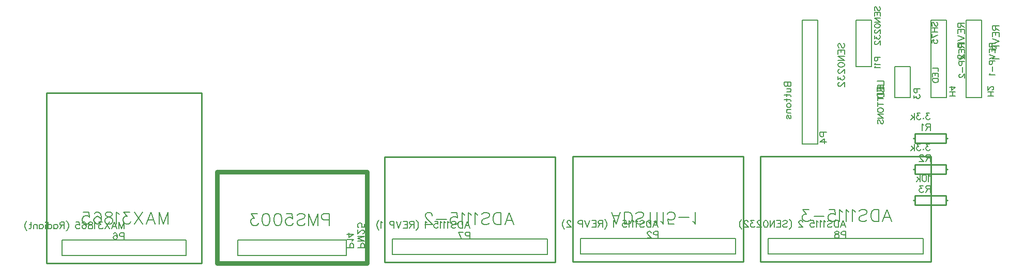
<source format=gbo>
G04 Layer: BottomSilkLayer*
G04 EasyEDA v6.4.7, 2020-10-28T14:34:13+00:00*
G04 34375fc6649c45b8b31e222808ae9df9,aef87372a4e84f75ab74ab0294ea0b66,10*
G04 Gerber Generator version 0.2*
G04 Scale: 100 percent, Rotated: No, Reflected: No *
G04 Dimensions in millimeters *
G04 leading zeros omitted , absolute positions ,3 integer and 3 decimal *
%FSLAX33Y33*%
%MOMM*%
G90*
D02*

%ADD10C,0.254000*%
%ADD11C,0.750011*%
%ADD14C,0.203200*%
%ADD24C,0.202999*%
%ADD25C,0.152400*%

%LPD*%
G54D10*
G01X149987Y23622D02*
G01X144907Y23622D01*
G01X144907Y23622D02*
G01X144907Y22860D01*
G01X144907Y22860D02*
G01X144907Y22098D01*
G01X144907Y22098D02*
G01X149987Y22098D01*
G01X149987Y22098D02*
G01X149987Y22860D01*
G01X149987Y22860D02*
G01X149987Y23622D01*
G01X144907Y22860D02*
G01X144653Y22860D01*
G01X149987Y22860D02*
G01X150241Y22860D01*
G01X149987Y18542D02*
G01X144907Y18542D01*
G01X144907Y18542D02*
G01X144907Y17780D01*
G01X144907Y17780D02*
G01X144907Y17018D01*
G01X144907Y17018D02*
G01X149987Y17018D01*
G01X149987Y17018D02*
G01X149987Y17780D01*
G01X149987Y17780D02*
G01X149987Y18542D01*
G01X144907Y17780D02*
G01X144653Y17780D01*
G01X149987Y17780D02*
G01X150241Y17780D01*
G54D14*
G01X155829Y31496D02*
G01X155829Y29591D01*
G01X153289Y29591D01*
G01X153289Y42291D01*
G01X155829Y42291D01*
G54D24*
G01X155829Y42291D02*
G01X155829Y31496D01*
G54D14*
G01X150114Y31496D02*
G01X150114Y29591D01*
G01X147574Y29591D01*
G01X147574Y42291D01*
G01X150114Y42291D01*
G54D24*
G01X150114Y42291D02*
G01X150114Y31496D01*
G54D14*
G01X135255Y40386D02*
G01X135255Y42291D01*
G01X137795Y42291D01*
G01X137795Y34671D01*
G01X135255Y34671D01*
G54D24*
G01X135255Y34671D02*
G01X135255Y40386D01*
G54D14*
G01X126492Y21971D02*
G01X129032Y21971D01*
G01X129032Y42291D01*
G01X126492Y42291D01*
G01X126492Y40386D01*
G54D24*
G01X126492Y21971D02*
G01X126492Y40386D01*
G54D14*
G01X82804Y6350D02*
G01X84709Y6350D01*
G01X84709Y3810D01*
G01X59309Y3810D01*
G01X59309Y6350D01*
G54D24*
G01X59309Y6350D02*
G01X82804Y6350D01*
G54D14*
G01X144399Y6477D02*
G01X146304Y6477D01*
G01X146304Y3937D01*
G01X120904Y3937D01*
G01X120904Y6477D01*
G54D24*
G01X120904Y6477D02*
G01X144399Y6477D01*
G54D14*
G01X113665Y6477D02*
G01X115570Y6477D01*
G01X115570Y3937D01*
G01X90170Y3937D01*
G01X90170Y6477D01*
G54D24*
G01X90170Y6477D02*
G01X113665Y6477D01*
G54D14*
G01X51816Y3675D02*
G01X51816Y6215D01*
G01X34036Y6215D01*
G01X34036Y3675D01*
G01X51816Y3675D01*
G01X5207Y6223D02*
G01X5207Y3683D01*
G01X25527Y3683D01*
G01X25527Y6223D01*
G01X23622Y6223D01*
G54D24*
G01X5207Y6223D02*
G01X23622Y6223D01*
G54D10*
G01X149987Y13462D02*
G01X144907Y13462D01*
G01X144907Y13462D02*
G01X144907Y12700D01*
G01X144907Y12700D02*
G01X144907Y11938D01*
G01X144907Y11938D02*
G01X149987Y11938D01*
G01X149987Y11938D02*
G01X149987Y12700D01*
G01X149987Y12700D02*
G01X149987Y13462D01*
G01X144907Y12700D02*
G01X144653Y12700D01*
G01X149987Y12700D02*
G01X150241Y12700D01*
G54D14*
G01X141605Y29591D02*
G01X144145Y29591D01*
G01X144145Y34671D01*
G01X141605Y34671D01*
G01X141605Y32766D01*
G54D24*
G01X141605Y29591D02*
G01X141605Y32766D01*
G54D14*
G01X22606Y10813D02*
G01X22606Y8873D01*
G01X22606Y10813D02*
G01X21867Y8873D01*
G01X21128Y10813D02*
G01X21867Y8873D01*
G01X21128Y10813D02*
G01X21128Y8873D01*
G01X19779Y10813D02*
G01X20518Y8873D01*
G01X19779Y10813D02*
G01X19040Y8873D01*
G01X20241Y9520D02*
G01X19317Y9520D01*
G01X18431Y10813D02*
G01X17138Y8873D01*
G01X17138Y10813D02*
G01X18431Y8873D01*
G01X16343Y10813D02*
G01X15327Y10813D01*
G01X15881Y10074D01*
G01X15604Y10074D01*
G01X15420Y9982D01*
G01X15327Y9889D01*
G01X15235Y9612D01*
G01X15235Y9428D01*
G01X15327Y9150D01*
G01X15512Y8966D01*
G01X15789Y8873D01*
G01X16066Y8873D01*
G01X16343Y8966D01*
G01X16436Y9058D01*
G01X16528Y9243D01*
G01X14625Y10444D02*
G01X14441Y10536D01*
G01X14163Y10813D01*
G01X14163Y8873D01*
G01X13092Y10813D02*
G01X13369Y10721D01*
G01X13462Y10536D01*
G01X13462Y10351D01*
G01X13369Y10166D01*
G01X13184Y10074D01*
G01X12815Y9982D01*
G01X12538Y9889D01*
G01X12353Y9705D01*
G01X12261Y9520D01*
G01X12261Y9243D01*
G01X12353Y9058D01*
G01X12446Y8966D01*
G01X12723Y8873D01*
G01X13092Y8873D01*
G01X13369Y8966D01*
G01X13462Y9058D01*
G01X13554Y9243D01*
G01X13554Y9520D01*
G01X13462Y9705D01*
G01X13277Y9889D01*
G01X13000Y9982D01*
G01X12630Y10074D01*
G01X12446Y10166D01*
G01X12353Y10351D01*
G01X12353Y10536D01*
G01X12446Y10721D01*
G01X12723Y10813D01*
G01X13092Y10813D01*
G01X10543Y10536D02*
G01X10635Y10721D01*
G01X10912Y10813D01*
G01X11097Y10813D01*
G01X11374Y10721D01*
G01X11559Y10444D01*
G01X11651Y9982D01*
G01X11651Y9520D01*
G01X11559Y9150D01*
G01X11374Y8966D01*
G01X11097Y8873D01*
G01X11005Y8873D01*
G01X10728Y8966D01*
G01X10543Y9150D01*
G01X10450Y9428D01*
G01X10450Y9520D01*
G01X10543Y9797D01*
G01X10728Y9982D01*
G01X11005Y10074D01*
G01X11097Y10074D01*
G01X11374Y9982D01*
G01X11559Y9797D01*
G01X11651Y9520D01*
G01X8732Y10813D02*
G01X9656Y10813D01*
G01X9748Y9982D01*
G01X9656Y10074D01*
G01X9379Y10166D01*
G01X9102Y10166D01*
G01X8825Y10074D01*
G01X8640Y9889D01*
G01X8548Y9612D01*
G01X8548Y9428D01*
G01X8640Y9150D01*
G01X8825Y8966D01*
G01X9102Y8873D01*
G01X9379Y8873D01*
G01X9656Y8966D01*
G01X9748Y9058D01*
G01X9841Y9243D01*
G01X49022Y10552D02*
G01X49022Y8612D01*
G01X49022Y10552D02*
G01X48190Y10552D01*
G01X47913Y10460D01*
G01X47821Y10367D01*
G01X47728Y10182D01*
G01X47728Y9905D01*
G01X47821Y9721D01*
G01X47913Y9628D01*
G01X48190Y9536D01*
G01X49022Y9536D01*
G01X47119Y10552D02*
G01X47119Y8612D01*
G01X47119Y10552D02*
G01X46380Y8612D01*
G01X45641Y10552D02*
G01X46380Y8612D01*
G01X45641Y10552D02*
G01X45641Y8612D01*
G01X43738Y10275D02*
G01X43923Y10460D01*
G01X44200Y10552D01*
G01X44570Y10552D01*
G01X44847Y10460D01*
G01X45031Y10275D01*
G01X45031Y10090D01*
G01X44939Y9905D01*
G01X44847Y9813D01*
G01X44662Y9721D01*
G01X44108Y9536D01*
G01X43923Y9444D01*
G01X43831Y9351D01*
G01X43738Y9166D01*
G01X43738Y8889D01*
G01X43923Y8705D01*
G01X44200Y8612D01*
G01X44570Y8612D01*
G01X44847Y8705D01*
G01X45031Y8889D01*
G01X42020Y10552D02*
G01X42944Y10552D01*
G01X43036Y9721D01*
G01X42944Y9813D01*
G01X42667Y9905D01*
G01X42390Y9905D01*
G01X42113Y9813D01*
G01X41928Y9628D01*
G01X41836Y9351D01*
G01X41836Y9166D01*
G01X41928Y8889D01*
G01X42113Y8705D01*
G01X42390Y8612D01*
G01X42667Y8612D01*
G01X42944Y8705D01*
G01X43036Y8797D01*
G01X43129Y8982D01*
G01X40672Y10552D02*
G01X40949Y10460D01*
G01X41134Y10182D01*
G01X41226Y9721D01*
G01X41226Y9444D01*
G01X41134Y8982D01*
G01X40949Y8705D01*
G01X40672Y8612D01*
G01X40487Y8612D01*
G01X40210Y8705D01*
G01X40025Y8982D01*
G01X39933Y9444D01*
G01X39933Y9721D01*
G01X40025Y10182D01*
G01X40210Y10460D01*
G01X40487Y10552D01*
G01X40672Y10552D01*
G01X38769Y10552D02*
G01X39046Y10460D01*
G01X39231Y10182D01*
G01X39323Y9721D01*
G01X39323Y9444D01*
G01X39231Y8982D01*
G01X39046Y8705D01*
G01X38769Y8612D01*
G01X38584Y8612D01*
G01X38307Y8705D01*
G01X38123Y8982D01*
G01X38030Y9444D01*
G01X38030Y9721D01*
G01X38123Y10182D01*
G01X38307Y10460D01*
G01X38584Y10552D01*
G01X38769Y10552D01*
G01X37236Y10552D02*
G01X36220Y10552D01*
G01X36774Y9813D01*
G01X36497Y9813D01*
G01X36312Y9721D01*
G01X36220Y9628D01*
G01X36128Y9351D01*
G01X36128Y9166D01*
G01X36220Y8889D01*
G01X36405Y8705D01*
G01X36682Y8612D01*
G01X36959Y8612D01*
G01X37236Y8705D01*
G01X37328Y8797D01*
G01X37421Y8982D01*
G01X95989Y8872D02*
G01X95250Y10810D01*
G01X95989Y8872D02*
G01X96728Y10810D01*
G01X95526Y10165D02*
G01X96451Y10165D01*
G01X97337Y8872D02*
G01X97337Y10810D01*
G01X97337Y8872D02*
G01X97983Y8872D01*
G01X98259Y8963D01*
G01X98445Y9149D01*
G01X98539Y9334D01*
G01X98630Y9611D01*
G01X98630Y10071D01*
G01X98539Y10350D01*
G01X98445Y10533D01*
G01X98259Y10718D01*
G01X97983Y10810D01*
G01X97337Y10810D01*
G01X100533Y9149D02*
G01X100347Y8963D01*
G01X100070Y8872D01*
G01X99702Y8872D01*
G01X99425Y8963D01*
G01X99240Y9149D01*
G01X99240Y9334D01*
G01X99331Y9517D01*
G01X99425Y9611D01*
G01X99608Y9702D01*
G01X100164Y9888D01*
G01X100347Y9979D01*
G01X100441Y10071D01*
G01X100533Y10256D01*
G01X100533Y10533D01*
G01X100347Y10718D01*
G01X100070Y10810D01*
G01X99702Y10810D01*
G01X99425Y10718D01*
G01X99240Y10533D01*
G01X101142Y9240D02*
G01X101328Y9149D01*
G01X101605Y8872D01*
G01X101605Y10810D01*
G01X102214Y9240D02*
G01X102400Y9149D01*
G01X102676Y8872D01*
G01X102676Y10810D01*
G01X103286Y9240D02*
G01X103469Y9149D01*
G01X103746Y8872D01*
G01X103746Y10810D01*
G01X105465Y8872D02*
G01X104541Y8872D01*
G01X104449Y9702D01*
G01X104541Y9611D01*
G01X104818Y9517D01*
G01X105095Y9517D01*
G01X105371Y9611D01*
G01X105557Y9794D01*
G01X105651Y10071D01*
G01X105651Y10256D01*
G01X105557Y10533D01*
G01X105371Y10718D01*
G01X105095Y10810D01*
G01X104818Y10810D01*
G01X104541Y10718D01*
G01X104449Y10627D01*
G01X104355Y10441D01*
G01X106260Y9979D02*
G01X107922Y9979D01*
G01X108531Y9240D02*
G01X108717Y9149D01*
G01X108993Y8872D01*
G01X108993Y10810D01*
G01X78508Y10685D02*
G01X79248Y8747D01*
G01X78508Y10685D02*
G01X77769Y8747D01*
G01X78971Y9392D02*
G01X78046Y9392D01*
G01X77160Y10685D02*
G01X77160Y8747D01*
G01X77160Y10685D02*
G01X76514Y10685D01*
G01X76238Y10594D01*
G01X76052Y10408D01*
G01X75958Y10223D01*
G01X75867Y9946D01*
G01X75867Y9486D01*
G01X75958Y9207D01*
G01X76052Y9024D01*
G01X76238Y8839D01*
G01X76514Y8747D01*
G01X77160Y8747D01*
G01X73964Y10408D02*
G01X74150Y10594D01*
G01X74427Y10685D01*
G01X74795Y10685D01*
G01X75072Y10594D01*
G01X75257Y10408D01*
G01X75257Y10223D01*
G01X75166Y10040D01*
G01X75072Y9946D01*
G01X74889Y9855D01*
G01X74333Y9669D01*
G01X74150Y9578D01*
G01X74056Y9486D01*
G01X73964Y9301D01*
G01X73964Y9024D01*
G01X74150Y8839D01*
G01X74427Y8747D01*
G01X74795Y8747D01*
G01X75072Y8839D01*
G01X75257Y9024D01*
G01X73355Y10317D02*
G01X73169Y10408D01*
G01X72892Y10685D01*
G01X72892Y8747D01*
G01X72283Y10317D02*
G01X72097Y10408D01*
G01X71821Y10685D01*
G01X71821Y8747D01*
G01X71211Y10317D02*
G01X71028Y10408D01*
G01X70751Y10685D01*
G01X70751Y8747D01*
G01X69032Y10685D02*
G01X69956Y10685D01*
G01X70048Y9855D01*
G01X69956Y9946D01*
G01X69679Y10040D01*
G01X69402Y10040D01*
G01X69126Y9946D01*
G01X68940Y9763D01*
G01X68846Y9486D01*
G01X68846Y9301D01*
G01X68940Y9024D01*
G01X69126Y8839D01*
G01X69402Y8747D01*
G01X69679Y8747D01*
G01X69956Y8839D01*
G01X70048Y8930D01*
G01X70142Y9116D01*
G01X68237Y9578D02*
G01X66575Y9578D01*
G01X65874Y10223D02*
G01X65874Y10317D01*
G01X65780Y10502D01*
G01X65689Y10594D01*
G01X65504Y10685D01*
G01X65135Y10685D01*
G01X64950Y10594D01*
G01X64858Y10502D01*
G01X64764Y10317D01*
G01X64764Y10132D01*
G01X64858Y9946D01*
G01X65041Y9669D01*
G01X65966Y8747D01*
G01X64673Y8747D01*
G01X140357Y11193D02*
G01X141097Y9255D01*
G01X140357Y11193D02*
G01X139618Y9255D01*
G01X140820Y9900D02*
G01X139895Y9900D01*
G01X139009Y11193D02*
G01X139009Y9255D01*
G01X139009Y11193D02*
G01X138363Y11193D01*
G01X138087Y11102D01*
G01X137901Y10916D01*
G01X137807Y10731D01*
G01X137716Y10454D01*
G01X137716Y9994D01*
G01X137807Y9715D01*
G01X137901Y9532D01*
G01X138087Y9347D01*
G01X138363Y9255D01*
G01X139009Y9255D01*
G01X135813Y10916D02*
G01X135999Y11102D01*
G01X136276Y11193D01*
G01X136644Y11193D01*
G01X136921Y11102D01*
G01X137106Y10916D01*
G01X137106Y10731D01*
G01X137015Y10548D01*
G01X136921Y10454D01*
G01X136738Y10363D01*
G01X136182Y10177D01*
G01X135999Y10086D01*
G01X135905Y9994D01*
G01X135813Y9809D01*
G01X135813Y9532D01*
G01X135999Y9347D01*
G01X136276Y9255D01*
G01X136644Y9255D01*
G01X136921Y9347D01*
G01X137106Y9532D01*
G01X135204Y10825D02*
G01X135018Y10916D01*
G01X134741Y11193D01*
G01X134741Y9255D01*
G01X134132Y10825D02*
G01X133946Y10916D01*
G01X133670Y11193D01*
G01X133670Y9255D01*
G01X133060Y10825D02*
G01X132877Y10916D01*
G01X132600Y11193D01*
G01X132600Y9255D01*
G01X130881Y11193D02*
G01X131805Y11193D01*
G01X131897Y10363D01*
G01X131805Y10454D01*
G01X131528Y10548D01*
G01X131251Y10548D01*
G01X130975Y10454D01*
G01X130789Y10271D01*
G01X130695Y9994D01*
G01X130695Y9809D01*
G01X130789Y9532D01*
G01X130975Y9347D01*
G01X131251Y9255D01*
G01X131528Y9255D01*
G01X131805Y9347D01*
G01X131897Y9438D01*
G01X131991Y9624D01*
G01X130086Y10086D02*
G01X128424Y10086D01*
G01X127629Y11193D02*
G01X126613Y11193D01*
G01X127167Y10454D01*
G01X126890Y10454D01*
G01X126707Y10363D01*
G01X126613Y10271D01*
G01X126522Y9994D01*
G01X126522Y9809D01*
G01X126613Y9532D01*
G01X126799Y9347D01*
G01X127076Y9255D01*
G01X127353Y9255D01*
G01X127629Y9347D01*
G01X127723Y9438D01*
G01X127815Y9624D01*
G01X157105Y38481D02*
G01X158060Y38481D01*
G01X157105Y38481D02*
G01X157105Y38071D01*
G01X157151Y37935D01*
G01X157196Y37890D01*
G01X157287Y37844D01*
G01X157378Y37844D01*
G01X157469Y37890D01*
G01X157515Y37935D01*
G01X157560Y38071D01*
G01X157560Y38481D01*
G01X157560Y38162D02*
G01X158060Y37844D01*
G01X157105Y37544D02*
G01X158060Y37544D01*
G01X157105Y37544D02*
G01X157105Y36953D01*
G01X157560Y37544D02*
G01X157560Y37181D01*
G01X158060Y37544D02*
G01X158060Y36953D01*
G01X157105Y36653D02*
G01X158060Y36290D01*
G01X157105Y35926D02*
G01X158060Y36290D01*
G01X157105Y35626D02*
G01X158060Y35626D01*
G01X157105Y35626D02*
G01X157105Y35217D01*
G01X157151Y35081D01*
G01X157196Y35035D01*
G01X157287Y34990D01*
G01X157424Y34990D01*
G01X157515Y35035D01*
G01X157560Y35081D01*
G01X157605Y35217D01*
G01X157605Y35626D01*
G01X157651Y34690D02*
G01X157651Y33871D01*
G01X157287Y33571D02*
G01X157242Y33481D01*
G01X157105Y33344D01*
G01X158060Y33344D01*
G01X152152Y38354D02*
G01X153107Y38354D01*
G01X152152Y38354D02*
G01X152152Y37944D01*
G01X152198Y37808D01*
G01X152243Y37763D01*
G01X152334Y37717D01*
G01X152425Y37717D01*
G01X152516Y37763D01*
G01X152562Y37808D01*
G01X152607Y37944D01*
G01X152607Y38354D01*
G01X152607Y38035D02*
G01X153107Y37717D01*
G01X152152Y37417D02*
G01X153107Y37417D01*
G01X152152Y37417D02*
G01X152152Y36826D01*
G01X152607Y37417D02*
G01X152607Y37054D01*
G01X153107Y37417D02*
G01X153107Y36826D01*
G01X152152Y36526D02*
G01X153107Y36163D01*
G01X152152Y35799D02*
G01X153107Y36163D01*
G01X152152Y35499D02*
G01X153107Y35499D01*
G01X152152Y35499D02*
G01X152152Y35090D01*
G01X152198Y34954D01*
G01X152243Y34908D01*
G01X152334Y34863D01*
G01X152471Y34863D01*
G01X152562Y34908D01*
G01X152607Y34954D01*
G01X152652Y35090D01*
G01X152652Y35499D01*
G01X152698Y34563D02*
G01X152698Y33744D01*
G01X152380Y33399D02*
G01X152334Y33399D01*
G01X152243Y33354D01*
G01X152198Y33308D01*
G01X152152Y33217D01*
G01X152152Y33035D01*
G01X152198Y32944D01*
G01X152243Y32899D01*
G01X152334Y32854D01*
G01X152425Y32854D01*
G01X152516Y32899D01*
G01X152652Y32990D01*
G01X153107Y33444D01*
G01X153107Y32808D01*
G01X147834Y34417D02*
G01X148789Y34417D01*
G01X148789Y34417D02*
G01X148789Y33871D01*
G01X147834Y33571D02*
G01X148789Y33571D01*
G01X147834Y33571D02*
G01X147834Y32980D01*
G01X148289Y33571D02*
G01X148289Y33207D01*
G01X148789Y33571D02*
G01X148789Y32980D01*
G01X147834Y32680D02*
G01X148789Y32680D01*
G01X147834Y32680D02*
G01X147834Y32362D01*
G01X147880Y32226D01*
G01X147971Y32135D01*
G01X148062Y32089D01*
G01X148198Y32044D01*
G01X148425Y32044D01*
G01X148562Y32089D01*
G01X148653Y32135D01*
G01X148744Y32226D01*
G01X148789Y32362D01*
G01X148789Y32680D01*
G01X147844Y41273D02*
G01X147753Y41364D01*
G01X147707Y41500D01*
G01X147707Y41682D01*
G01X147753Y41819D01*
G01X147844Y41910D01*
G01X147935Y41910D01*
G01X148026Y41864D01*
G01X148071Y41819D01*
G01X148117Y41728D01*
G01X148207Y41455D01*
G01X148253Y41364D01*
G01X148298Y41319D01*
G01X148389Y41273D01*
G01X148526Y41273D01*
G01X148617Y41364D01*
G01X148662Y41500D01*
G01X148662Y41682D01*
G01X148617Y41819D01*
G01X148526Y41910D01*
G01X147707Y40973D02*
G01X148662Y40973D01*
G01X147707Y40337D02*
G01X148662Y40337D01*
G01X148162Y40973D02*
G01X148162Y40337D01*
G01X147707Y39400D02*
G01X148662Y39855D01*
G01X147707Y40037D02*
G01X147707Y39400D01*
G01X147707Y38555D02*
G01X147707Y39010D01*
G01X148117Y39055D01*
G01X148071Y39010D01*
G01X148026Y38873D01*
G01X148026Y38737D01*
G01X148071Y38600D01*
G01X148162Y38510D01*
G01X148298Y38464D01*
G01X148389Y38464D01*
G01X148526Y38510D01*
G01X148617Y38600D01*
G01X148662Y38737D01*
G01X148662Y38873D01*
G01X148617Y39010D01*
G01X148571Y39055D01*
G01X148480Y39100D01*
G01X138446Y43813D02*
G01X138355Y43904D01*
G01X138309Y44040D01*
G01X138309Y44222D01*
G01X138355Y44359D01*
G01X138446Y44450D01*
G01X138537Y44450D01*
G01X138628Y44404D01*
G01X138673Y44359D01*
G01X138719Y44268D01*
G01X138809Y43995D01*
G01X138855Y43904D01*
G01X138900Y43859D01*
G01X138991Y43813D01*
G01X139128Y43813D01*
G01X139219Y43904D01*
G01X139264Y44040D01*
G01X139264Y44222D01*
G01X139219Y44359D01*
G01X139128Y44450D01*
G01X138309Y43513D02*
G01X139264Y43513D01*
G01X138309Y43513D02*
G01X138309Y42922D01*
G01X138764Y43513D02*
G01X138764Y43150D01*
G01X139264Y43513D02*
G01X139264Y42922D01*
G01X138309Y42622D02*
G01X139264Y42622D01*
G01X138309Y42622D02*
G01X139264Y41986D01*
G01X138309Y41986D02*
G01X139264Y41986D01*
G01X138309Y41413D02*
G01X138355Y41550D01*
G01X138491Y41640D01*
G01X138719Y41686D01*
G01X138855Y41686D01*
G01X139082Y41640D01*
G01X139219Y41550D01*
G01X139264Y41413D01*
G01X139264Y41322D01*
G01X139219Y41186D01*
G01X139082Y41095D01*
G01X138855Y41050D01*
G01X138719Y41050D01*
G01X138491Y41095D01*
G01X138355Y41186D01*
G01X138309Y41322D01*
G01X138309Y41413D01*
G01X138537Y40704D02*
G01X138491Y40704D01*
G01X138400Y40659D01*
G01X138355Y40613D01*
G01X138309Y40522D01*
G01X138309Y40340D01*
G01X138355Y40250D01*
G01X138400Y40204D01*
G01X138491Y40159D01*
G01X138582Y40159D01*
G01X138673Y40204D01*
G01X138809Y40295D01*
G01X139264Y40750D01*
G01X139264Y40113D01*
G01X138309Y39722D02*
G01X138309Y39222D01*
G01X138673Y39495D01*
G01X138673Y39359D01*
G01X138719Y39268D01*
G01X138764Y39222D01*
G01X138900Y39177D01*
G01X138991Y39177D01*
G01X139128Y39222D01*
G01X139219Y39313D01*
G01X139264Y39450D01*
G01X139264Y39586D01*
G01X139219Y39722D01*
G01X139173Y39768D01*
G01X139082Y39813D01*
G01X138537Y38831D02*
G01X138491Y38831D01*
G01X138400Y38786D01*
G01X138355Y38740D01*
G01X138309Y38650D01*
G01X138309Y38468D01*
G01X138355Y38377D01*
G01X138400Y38331D01*
G01X138491Y38286D01*
G01X138582Y38286D01*
G01X138673Y38331D01*
G01X138809Y38422D01*
G01X139264Y38877D01*
G01X139264Y38240D01*
G01X138817Y31623D02*
G01X139772Y31623D01*
G01X138817Y31623D02*
G01X138817Y31213D01*
G01X138863Y31077D01*
G01X138908Y31032D01*
G01X138999Y30986D01*
G01X139090Y30986D01*
G01X139181Y31032D01*
G01X139227Y31077D01*
G01X139272Y31213D01*
G01X139272Y31623D02*
G01X139272Y31213D01*
G01X139317Y31077D01*
G01X139363Y31032D01*
G01X139454Y30986D01*
G01X139590Y30986D01*
G01X139681Y31032D01*
G01X139727Y31077D01*
G01X139772Y31213D01*
G01X139772Y31623D01*
G01X138817Y30686D02*
G01X139499Y30686D01*
G01X139636Y30641D01*
G01X139727Y30550D01*
G01X139772Y30413D01*
G01X139772Y30323D01*
G01X139727Y30186D01*
G01X139636Y30095D01*
G01X139499Y30050D01*
G01X138817Y30050D01*
G01X138817Y29432D02*
G01X139772Y29432D01*
G01X138817Y29750D02*
G01X138817Y29113D01*
G01X138817Y28495D02*
G01X139772Y28495D01*
G01X138817Y28813D02*
G01X138817Y28177D01*
G01X138817Y27604D02*
G01X138863Y27695D01*
G01X138954Y27786D01*
G01X139045Y27832D01*
G01X139181Y27877D01*
G01X139408Y27877D01*
G01X139545Y27832D01*
G01X139636Y27786D01*
G01X139727Y27695D01*
G01X139772Y27604D01*
G01X139772Y27423D01*
G01X139727Y27332D01*
G01X139636Y27241D01*
G01X139545Y27195D01*
G01X139408Y27150D01*
G01X139181Y27150D01*
G01X139045Y27195D01*
G01X138954Y27241D01*
G01X138863Y27332D01*
G01X138817Y27423D01*
G01X138817Y27604D01*
G01X138817Y26850D02*
G01X139772Y26850D01*
G01X138817Y26850D02*
G01X139772Y26213D01*
G01X138817Y26213D02*
G01X139772Y26213D01*
G01X138954Y25277D02*
G01X138863Y25368D01*
G01X138817Y25504D01*
G01X138817Y25686D01*
G01X138863Y25823D01*
G01X138954Y25913D01*
G01X139045Y25913D01*
G01X139136Y25868D01*
G01X139181Y25823D01*
G01X139227Y25732D01*
G01X139317Y25459D01*
G01X139363Y25368D01*
G01X139408Y25323D01*
G01X139499Y25277D01*
G01X139636Y25277D01*
G01X139727Y25368D01*
G01X139772Y25504D01*
G01X139772Y25686D01*
G01X139727Y25823D01*
G01X139636Y25913D01*
G54D25*
G01X147343Y27061D02*
G01X146771Y27061D01*
G01X147083Y26645D01*
G01X146927Y26645D01*
G01X146823Y26593D01*
G01X146771Y26541D01*
G01X146719Y26385D01*
G01X146719Y26282D01*
G01X146771Y26126D01*
G01X146875Y26022D01*
G01X147031Y25970D01*
G01X147187Y25970D01*
G01X147343Y26022D01*
G01X147395Y26074D01*
G01X147447Y26178D01*
G01X146324Y26230D02*
G01X146376Y26178D01*
G01X146324Y26126D01*
G01X146272Y26178D01*
G01X146324Y26230D01*
G01X145826Y27061D02*
G01X145254Y27061D01*
G01X145566Y26645D01*
G01X145410Y26645D01*
G01X145306Y26593D01*
G01X145254Y26541D01*
G01X145202Y26385D01*
G01X145202Y26282D01*
G01X145254Y26126D01*
G01X145358Y26022D01*
G01X145514Y25970D01*
G01X145670Y25970D01*
G01X145826Y26022D01*
G01X145877Y26074D01*
G01X145929Y26178D01*
G01X144859Y27061D02*
G01X144859Y25970D01*
G01X144340Y26697D02*
G01X144859Y26178D01*
G01X144651Y26385D02*
G01X144288Y25970D01*
G01X147447Y25283D02*
G01X147447Y24192D01*
G01X147447Y25283D02*
G01X146979Y25283D01*
G01X146823Y25231D01*
G01X146771Y25179D01*
G01X146719Y25075D01*
G01X146719Y24971D01*
G01X146771Y24867D01*
G01X146823Y24815D01*
G01X146979Y24763D01*
G01X147447Y24763D01*
G01X147083Y24763D02*
G01X146719Y24192D01*
G01X146376Y25075D02*
G01X146272Y25127D01*
G01X146116Y25283D01*
G01X146116Y24192D01*
G01X147343Y21981D02*
G01X146771Y21981D01*
G01X147083Y21565D01*
G01X146927Y21565D01*
G01X146823Y21513D01*
G01X146771Y21461D01*
G01X146719Y21305D01*
G01X146719Y21202D01*
G01X146771Y21046D01*
G01X146875Y20942D01*
G01X147031Y20890D01*
G01X147187Y20890D01*
G01X147343Y20942D01*
G01X147395Y20994D01*
G01X147447Y21098D01*
G01X146324Y21150D02*
G01X146376Y21098D01*
G01X146324Y21046D01*
G01X146272Y21098D01*
G01X146324Y21150D01*
G01X145826Y21981D02*
G01X145254Y21981D01*
G01X145566Y21565D01*
G01X145410Y21565D01*
G01X145306Y21513D01*
G01X145254Y21461D01*
G01X145202Y21305D01*
G01X145202Y21202D01*
G01X145254Y21046D01*
G01X145358Y20942D01*
G01X145514Y20890D01*
G01X145670Y20890D01*
G01X145826Y20942D01*
G01X145877Y20994D01*
G01X145929Y21098D01*
G01X144859Y21981D02*
G01X144859Y20890D01*
G01X144340Y21617D02*
G01X144859Y21098D01*
G01X144651Y21305D02*
G01X144288Y20890D01*
G01X147447Y20203D02*
G01X147447Y19112D01*
G01X147447Y20203D02*
G01X146979Y20203D01*
G01X146823Y20151D01*
G01X146771Y20099D01*
G01X146719Y19995D01*
G01X146719Y19891D01*
G01X146771Y19787D01*
G01X146823Y19735D01*
G01X146979Y19683D01*
G01X147447Y19683D01*
G01X147083Y19683D02*
G01X146719Y19112D01*
G01X146324Y19943D02*
G01X146324Y19995D01*
G01X146272Y20099D01*
G01X146220Y20151D01*
G01X146116Y20203D01*
G01X145909Y20203D01*
G01X145805Y20151D01*
G01X145753Y20099D01*
G01X145701Y19995D01*
G01X145701Y19891D01*
G01X145753Y19787D01*
G01X145857Y19631D01*
G01X146376Y19112D01*
G01X145649Y19112D01*
G01X157670Y41333D02*
G01X158761Y41333D01*
G01X157670Y41333D02*
G01X157670Y40865D01*
G01X157722Y40710D01*
G01X157774Y40658D01*
G01X157878Y40606D01*
G01X157982Y40606D01*
G01X158086Y40658D01*
G01X158138Y40710D01*
G01X158190Y40865D01*
G01X158190Y41333D01*
G01X158190Y40969D02*
G01X158761Y40606D01*
G01X157670Y40263D02*
G01X158761Y40263D01*
G01X157670Y40263D02*
G01X157670Y39587D01*
G01X158190Y40263D02*
G01X158190Y39847D01*
G01X158761Y40263D02*
G01X158761Y39587D01*
G01X157670Y39244D02*
G01X158761Y38829D01*
G01X157670Y38413D02*
G01X158761Y38829D01*
G01X157670Y38070D02*
G01X158761Y38070D01*
G01X157670Y38070D02*
G01X157670Y37603D01*
G01X157722Y37447D01*
G01X157774Y37395D01*
G01X157878Y37343D01*
G01X158034Y37343D01*
G01X158138Y37395D01*
G01X158190Y37447D01*
G01X158242Y37603D01*
G01X158242Y38070D01*
G01X157878Y36200D02*
G01X157826Y36096D01*
G01X157670Y35940D01*
G01X158761Y35940D01*
G01X157823Y29845D02*
G01X156869Y29845D01*
G01X157823Y30481D02*
G01X156869Y30481D01*
G01X157369Y29845D02*
G01X157369Y30481D01*
G01X157596Y30826D02*
G01X157641Y30826D01*
G01X157732Y30872D01*
G01X157778Y30917D01*
G01X157823Y31008D01*
G01X157823Y31190D01*
G01X157778Y31281D01*
G01X157732Y31326D01*
G01X157641Y31372D01*
G01X157550Y31372D01*
G01X157459Y31326D01*
G01X157323Y31235D01*
G01X156869Y30781D01*
G01X156869Y31417D01*
G01X151954Y41800D02*
G01X153045Y41800D01*
G01X151954Y41800D02*
G01X151954Y41333D01*
G01X152006Y41177D01*
G01X152058Y41125D01*
G01X152162Y41073D01*
G01X152266Y41073D01*
G01X152370Y41125D01*
G01X152422Y41177D01*
G01X152474Y41333D01*
G01X152474Y41800D01*
G01X152474Y41437D02*
G01X153045Y41073D01*
G01X151954Y40730D02*
G01X153045Y40730D01*
G01X151954Y40730D02*
G01X151954Y40055D01*
G01X152474Y40730D02*
G01X152474Y40314D01*
G01X153045Y40730D02*
G01X153045Y40055D01*
G01X151954Y39712D02*
G01X153045Y39296D01*
G01X151954Y38880D02*
G01X153045Y39296D01*
G01X151954Y38538D02*
G01X153045Y38538D01*
G01X151954Y38538D02*
G01X151954Y38070D01*
G01X152006Y37914D01*
G01X152058Y37862D01*
G01X152162Y37810D01*
G01X152318Y37810D01*
G01X152422Y37862D01*
G01X152474Y37914D01*
G01X152526Y38070D01*
G01X152526Y38538D01*
G01X152214Y36615D02*
G01X152162Y36615D01*
G01X152058Y36563D01*
G01X152006Y36511D01*
G01X151954Y36407D01*
G01X151954Y36200D01*
G01X152006Y36096D01*
G01X152058Y36044D01*
G01X152162Y35992D01*
G01X152266Y35992D01*
G01X152370Y36044D01*
G01X152526Y36148D01*
G01X153045Y36667D01*
G01X153045Y35940D01*
G01X151567Y29845D02*
G01X150613Y29845D01*
G01X151567Y30481D02*
G01X150613Y30481D01*
G01X151113Y29845D02*
G01X151113Y30481D01*
G01X151567Y31235D02*
G01X150931Y30781D01*
G01X150931Y31463D01*
G01X151567Y31235D02*
G01X150613Y31235D01*
G01X132479Y37753D02*
G01X132375Y37857D01*
G01X132323Y38013D01*
G01X132323Y38221D01*
G01X132375Y38377D01*
G01X132479Y38481D01*
G01X132583Y38481D01*
G01X132687Y38429D01*
G01X132739Y38377D01*
G01X132791Y38273D01*
G01X132895Y37961D01*
G01X132947Y37857D01*
G01X132999Y37805D01*
G01X133102Y37753D01*
G01X133258Y37753D01*
G01X133362Y37857D01*
G01X133414Y38013D01*
G01X133414Y38221D01*
G01X133362Y38377D01*
G01X133258Y38481D01*
G01X132323Y37410D02*
G01X133414Y37410D01*
G01X132323Y37410D02*
G01X132323Y36735D01*
G01X132843Y37410D02*
G01X132843Y36995D01*
G01X133414Y37410D02*
G01X133414Y36735D01*
G01X132323Y36392D02*
G01X133414Y36392D01*
G01X132323Y36392D02*
G01X133414Y35665D01*
G01X132323Y35665D02*
G01X133414Y35665D01*
G01X132323Y35010D02*
G01X132375Y35166D01*
G01X132531Y35270D01*
G01X132791Y35322D01*
G01X132947Y35322D01*
G01X133206Y35270D01*
G01X133362Y35166D01*
G01X133414Y35010D01*
G01X133414Y34906D01*
G01X133362Y34750D01*
G01X133206Y34646D01*
G01X132947Y34594D01*
G01X132791Y34594D01*
G01X132531Y34646D01*
G01X132375Y34750D01*
G01X132323Y34906D01*
G01X132323Y35010D01*
G01X132583Y34199D02*
G01X132531Y34199D01*
G01X132427Y34147D01*
G01X132375Y34096D01*
G01X132323Y33992D01*
G01X132323Y33784D01*
G01X132375Y33680D01*
G01X132427Y33628D01*
G01X132531Y33576D01*
G01X132635Y33576D01*
G01X132739Y33628D01*
G01X132895Y33732D01*
G01X133414Y34251D01*
G01X133414Y33524D01*
G01X132323Y33077D02*
G01X132323Y32506D01*
G01X132739Y32817D01*
G01X132739Y32662D01*
G01X132791Y32558D01*
G01X132843Y32506D01*
G01X132999Y32454D01*
G01X133102Y32454D01*
G01X133258Y32506D01*
G01X133362Y32610D01*
G01X133414Y32766D01*
G01X133414Y32921D01*
G01X133362Y33077D01*
G01X133310Y33129D01*
G01X133206Y33181D01*
G01X132583Y32059D02*
G01X132531Y32059D01*
G01X132427Y32007D01*
G01X132375Y31955D01*
G01X132323Y31851D01*
G01X132323Y31643D01*
G01X132375Y31539D01*
G01X132427Y31487D01*
G01X132531Y31435D01*
G01X132635Y31435D01*
G01X132739Y31487D01*
G01X132895Y31591D01*
G01X133414Y32111D01*
G01X133414Y31384D01*
G01X138309Y36195D02*
G01X139264Y36195D01*
G01X138309Y36195D02*
G01X138309Y35785D01*
G01X138355Y35649D01*
G01X138400Y35604D01*
G01X138491Y35558D01*
G01X138628Y35558D01*
G01X138719Y35604D01*
G01X138764Y35649D01*
G01X138809Y35785D01*
G01X138809Y36195D01*
G01X138491Y35258D02*
G01X138446Y35167D01*
G01X138309Y35031D01*
G01X139264Y35031D01*
G01X138491Y34731D02*
G01X138446Y34640D01*
G01X138309Y34504D01*
G01X139264Y34504D01*
G01X123560Y32131D02*
G01X124650Y32131D01*
G01X123560Y32131D02*
G01X123560Y31663D01*
G01X123611Y31508D01*
G01X123664Y31455D01*
G01X123769Y31404D01*
G01X123873Y31404D01*
G01X123977Y31455D01*
G01X124028Y31508D01*
G01X124079Y31663D01*
G01X124079Y32131D02*
G01X124079Y31663D01*
G01X124132Y31508D01*
G01X124183Y31455D01*
G01X124287Y31404D01*
G01X124444Y31404D01*
G01X124548Y31455D01*
G01X124599Y31508D01*
G01X124650Y31663D01*
G01X124650Y32131D01*
G01X123924Y31061D02*
G01X124444Y31061D01*
G01X124599Y31008D01*
G01X124650Y30904D01*
G01X124650Y30749D01*
G01X124599Y30645D01*
G01X124444Y30490D01*
G01X123924Y30490D02*
G01X124650Y30490D01*
G01X123560Y29989D02*
G01X124444Y29989D01*
G01X124599Y29938D01*
G01X124650Y29834D01*
G01X124650Y29730D01*
G01X123924Y30147D02*
G01X123924Y29781D01*
G01X123560Y29232D02*
G01X124444Y29232D01*
G01X124599Y29179D01*
G01X124650Y29075D01*
G01X124650Y28971D01*
G01X123924Y29387D02*
G01X123924Y29024D01*
G01X123924Y28369D02*
G01X123977Y28473D01*
G01X124079Y28577D01*
G01X124236Y28628D01*
G01X124340Y28628D01*
G01X124495Y28577D01*
G01X124599Y28473D01*
G01X124650Y28369D01*
G01X124650Y28214D01*
G01X124599Y28110D01*
G01X124495Y28006D01*
G01X124340Y27952D01*
G01X124236Y27952D01*
G01X124079Y28006D01*
G01X123977Y28110D01*
G01X123924Y28214D01*
G01X123924Y28369D01*
G01X123924Y27609D02*
G01X124650Y27609D01*
G01X124132Y27609D02*
G01X123977Y27454D01*
G01X123924Y27350D01*
G01X123924Y27195D01*
G01X123977Y27091D01*
G01X124132Y27038D01*
G01X124650Y27038D01*
G01X124079Y26123D02*
G01X123977Y26177D01*
G01X123924Y26332D01*
G01X123924Y26489D01*
G01X123977Y26644D01*
G01X124079Y26695D01*
G01X124183Y26644D01*
G01X124236Y26540D01*
G01X124287Y26281D01*
G01X124340Y26177D01*
G01X124444Y26123D01*
G01X124495Y26123D01*
G01X124599Y26177D01*
G01X124650Y26332D01*
G01X124650Y26489D01*
G01X124599Y26644D01*
G01X124495Y26695D01*
G01X129402Y23876D02*
G01X130492Y23876D01*
G01X129402Y23876D02*
G01X129402Y23408D01*
G01X129453Y23253D01*
G01X129506Y23200D01*
G01X129611Y23149D01*
G01X129766Y23149D01*
G01X129870Y23200D01*
G01X129921Y23253D01*
G01X129974Y23408D01*
G01X129974Y23876D01*
G01X129402Y22285D02*
G01X130129Y22806D01*
G01X130129Y22026D01*
G01X129402Y22285D02*
G01X130492Y22285D01*
G01X71592Y9281D02*
G01X72009Y8191D01*
G01X71592Y9281D02*
G01X71178Y8191D01*
G01X71854Y8554D02*
G01X71333Y8554D01*
G01X70835Y9281D02*
G01X70835Y8191D01*
G01X70835Y9281D02*
G01X70472Y9281D01*
G01X70314Y9230D01*
G01X70210Y9126D01*
G01X70159Y9022D01*
G01X70106Y8864D01*
G01X70106Y8605D01*
G01X70159Y8450D01*
G01X70210Y8346D01*
G01X70314Y8242D01*
G01X70472Y8191D01*
G01X70835Y8191D01*
G01X69037Y9126D02*
G01X69141Y9230D01*
G01X69296Y9281D01*
G01X69504Y9281D01*
G01X69659Y9230D01*
G01X69763Y9126D01*
G01X69763Y9022D01*
G01X69712Y8917D01*
G01X69659Y8864D01*
G01X69557Y8813D01*
G01X69245Y8709D01*
G01X69141Y8658D01*
G01X69088Y8605D01*
G01X69037Y8501D01*
G01X69037Y8346D01*
G01X69141Y8242D01*
G01X69296Y8191D01*
G01X69504Y8191D01*
G01X69659Y8242D01*
G01X69763Y8346D01*
G01X68694Y9072D02*
G01X68590Y9126D01*
G01X68435Y9281D01*
G01X68435Y8191D01*
G01X68092Y9072D02*
G01X67988Y9126D01*
G01X67830Y9281D01*
G01X67830Y8191D01*
G01X67487Y9072D02*
G01X67386Y9126D01*
G01X67228Y9281D01*
G01X67228Y8191D01*
G01X66263Y9281D02*
G01X66781Y9281D01*
G01X66835Y8813D01*
G01X66781Y8864D01*
G01X66626Y8917D01*
G01X66471Y8917D01*
G01X66314Y8864D01*
G01X66210Y8762D01*
G01X66159Y8605D01*
G01X66159Y8501D01*
G01X66210Y8346D01*
G01X66314Y8242D01*
G01X66471Y8191D01*
G01X66626Y8191D01*
G01X66781Y8242D01*
G01X66835Y8293D01*
G01X66885Y8397D01*
G01X65016Y9072D02*
G01X64912Y9126D01*
G01X64757Y9281D01*
G01X64757Y8191D01*
G01X63248Y9489D02*
G01X63352Y9385D01*
G01X63456Y9230D01*
G01X63560Y9022D01*
G01X63614Y8762D01*
G01X63614Y8554D01*
G01X63560Y8293D01*
G01X63456Y8087D01*
G01X63352Y7929D01*
G01X63248Y7825D01*
G01X62905Y9281D02*
G01X62905Y8191D01*
G01X62905Y9281D02*
G01X62438Y9281D01*
G01X62283Y9230D01*
G01X62230Y9176D01*
G01X62179Y9072D01*
G01X62179Y8968D01*
G01X62230Y8864D01*
G01X62283Y8813D01*
G01X62438Y8762D01*
G01X62905Y8762D01*
G01X62542Y8762D02*
G01X62179Y8191D01*
G01X61836Y9281D02*
G01X61836Y8191D01*
G01X61836Y9281D02*
G01X61160Y9281D01*
G01X61836Y8762D02*
G01X61419Y8762D01*
G01X61836Y8191D02*
G01X61160Y8191D01*
G01X60817Y9281D02*
G01X60401Y8191D01*
G01X59987Y9281D02*
G01X60401Y8191D01*
G01X59644Y9281D02*
G01X59644Y8191D01*
G01X59644Y9281D02*
G01X59176Y9281D01*
G01X59019Y9230D01*
G01X58968Y9176D01*
G01X58915Y9072D01*
G01X58915Y8917D01*
G01X58968Y8813D01*
G01X59019Y8762D01*
G01X59176Y8709D01*
G01X59644Y8709D01*
G01X57772Y9072D02*
G01X57670Y9126D01*
G01X57513Y9281D01*
G01X57513Y8191D01*
G01X57170Y9489D02*
G01X57066Y9385D01*
G01X56962Y9230D01*
G01X56857Y9022D01*
G01X56807Y8762D01*
G01X56807Y8554D01*
G01X56857Y8293D01*
G01X56962Y8087D01*
G01X57066Y7929D01*
G01X57170Y7825D01*
G01X72009Y7503D02*
G01X72009Y6413D01*
G01X72009Y7503D02*
G01X71541Y7503D01*
G01X71386Y7452D01*
G01X71333Y7399D01*
G01X71282Y7294D01*
G01X71282Y7139D01*
G01X71333Y7035D01*
G01X71386Y6985D01*
G01X71541Y6931D01*
G01X72009Y6931D01*
G01X70210Y7503D02*
G01X70731Y6413D01*
G01X70939Y7503D02*
G01X70210Y7503D01*
G01X133187Y9408D02*
G01X133604Y8318D01*
G01X133187Y9408D02*
G01X132773Y8318D01*
G01X133449Y8681D02*
G01X132928Y8681D01*
G01X132430Y9408D02*
G01X132430Y8318D01*
G01X132430Y9408D02*
G01X132067Y9408D01*
G01X131909Y9357D01*
G01X131805Y9253D01*
G01X131754Y9149D01*
G01X131701Y8991D01*
G01X131701Y8732D01*
G01X131754Y8577D01*
G01X131805Y8473D01*
G01X131909Y8369D01*
G01X132067Y8318D01*
G01X132430Y8318D01*
G01X130632Y9253D02*
G01X130736Y9357D01*
G01X130891Y9408D01*
G01X131099Y9408D01*
G01X131254Y9357D01*
G01X131358Y9253D01*
G01X131358Y9149D01*
G01X131307Y9044D01*
G01X131254Y8991D01*
G01X131152Y8940D01*
G01X130840Y8836D01*
G01X130736Y8785D01*
G01X130683Y8732D01*
G01X130632Y8628D01*
G01X130632Y8473D01*
G01X130736Y8369D01*
G01X130891Y8318D01*
G01X131099Y8318D01*
G01X131254Y8369D01*
G01X131358Y8473D01*
G01X130289Y9199D02*
G01X130185Y9253D01*
G01X130030Y9408D01*
G01X130030Y8318D01*
G01X129687Y9199D02*
G01X129583Y9253D01*
G01X129425Y9408D01*
G01X129425Y8318D01*
G01X129082Y9199D02*
G01X128981Y9253D01*
G01X128823Y9408D01*
G01X128823Y8318D01*
G01X127858Y9408D02*
G01X128376Y9408D01*
G01X128430Y8940D01*
G01X128376Y8991D01*
G01X128221Y9044D01*
G01X128066Y9044D01*
G01X127909Y8991D01*
G01X127805Y8890D01*
G01X127754Y8732D01*
G01X127754Y8628D01*
G01X127805Y8473D01*
G01X127909Y8369D01*
G01X128066Y8318D01*
G01X128221Y8318D01*
G01X128376Y8369D01*
G01X128430Y8420D01*
G01X128480Y8524D01*
G01X126558Y9149D02*
G01X126558Y9199D01*
G01X126507Y9304D01*
G01X126453Y9357D01*
G01X126352Y9408D01*
G01X126144Y9408D01*
G01X126039Y9357D01*
G01X125986Y9304D01*
G01X125935Y9199D01*
G01X125935Y9095D01*
G01X125986Y8991D01*
G01X126090Y8836D01*
G01X126611Y8318D01*
G01X125882Y8318D01*
G01X124376Y9616D02*
G01X124480Y9512D01*
G01X124584Y9357D01*
G01X124688Y9149D01*
G01X124739Y8890D01*
G01X124739Y8681D01*
G01X124688Y8420D01*
G01X124584Y8214D01*
G01X124480Y8056D01*
G01X124376Y7952D01*
G01X123306Y9253D02*
G01X123410Y9357D01*
G01X123565Y9408D01*
G01X123774Y9408D01*
G01X123929Y9357D01*
G01X124033Y9253D01*
G01X124033Y9149D01*
G01X123982Y9044D01*
G01X123929Y8991D01*
G01X123825Y8940D01*
G01X123515Y8836D01*
G01X123410Y8785D01*
G01X123357Y8732D01*
G01X123306Y8628D01*
G01X123306Y8473D01*
G01X123410Y8369D01*
G01X123565Y8318D01*
G01X123774Y8318D01*
G01X123929Y8369D01*
G01X124033Y8473D01*
G01X122963Y9408D02*
G01X122963Y8318D01*
G01X122963Y9408D02*
G01X122288Y9408D01*
G01X122963Y8890D02*
G01X122547Y8890D01*
G01X122963Y8318D02*
G01X122288Y8318D01*
G01X121945Y9408D02*
G01X121945Y8318D01*
G01X121945Y9408D02*
G01X121218Y8318D01*
G01X121218Y9408D02*
G01X121218Y8318D01*
G01X120563Y9408D02*
G01X120718Y9357D01*
G01X120822Y9199D01*
G01X120876Y8940D01*
G01X120876Y8785D01*
G01X120822Y8524D01*
G01X120718Y8369D01*
G01X120563Y8318D01*
G01X120459Y8318D01*
G01X120304Y8369D01*
G01X120200Y8524D01*
G01X120147Y8785D01*
G01X120147Y8940D01*
G01X120200Y9199D01*
G01X120304Y9357D01*
G01X120459Y9408D01*
G01X120563Y9408D01*
G01X119753Y9149D02*
G01X119753Y9199D01*
G01X119700Y9304D01*
G01X119649Y9357D01*
G01X119545Y9408D01*
G01X119336Y9408D01*
G01X119232Y9357D01*
G01X119181Y9304D01*
G01X119128Y9199D01*
G01X119128Y9095D01*
G01X119181Y8991D01*
G01X119286Y8836D01*
G01X119804Y8318D01*
G01X119077Y8318D01*
G01X118630Y9408D02*
G01X118059Y9408D01*
G01X118371Y8991D01*
G01X118214Y8991D01*
G01X118110Y8940D01*
G01X118059Y8890D01*
G01X118008Y8732D01*
G01X118008Y8628D01*
G01X118059Y8473D01*
G01X118163Y8369D01*
G01X118318Y8318D01*
G01X118475Y8318D01*
G01X118630Y8369D01*
G01X118681Y8420D01*
G01X118734Y8524D01*
G01X117612Y9149D02*
G01X117612Y9199D01*
G01X117561Y9304D01*
G01X117508Y9357D01*
G01X117403Y9408D01*
G01X117195Y9408D01*
G01X117094Y9357D01*
G01X117040Y9304D01*
G01X116989Y9199D01*
G01X116989Y9095D01*
G01X117040Y8991D01*
G01X117144Y8836D01*
G01X117665Y8318D01*
G01X116936Y8318D01*
G01X116593Y9616D02*
G01X116489Y9512D01*
G01X116385Y9357D01*
G01X116281Y9149D01*
G01X116230Y8890D01*
G01X116230Y8681D01*
G01X116281Y8420D01*
G01X116385Y8214D01*
G01X116489Y8056D01*
G01X116593Y7952D01*
G01X133604Y7630D02*
G01X133604Y6540D01*
G01X133604Y7630D02*
G01X133136Y7630D01*
G01X132981Y7579D01*
G01X132928Y7526D01*
G01X132877Y7421D01*
G01X132877Y7266D01*
G01X132928Y7162D01*
G01X132981Y7112D01*
G01X133136Y7058D01*
G01X133604Y7058D01*
G01X132273Y7630D02*
G01X132430Y7579D01*
G01X132481Y7475D01*
G01X132481Y7371D01*
G01X132430Y7266D01*
G01X132326Y7213D01*
G01X132118Y7162D01*
G01X131963Y7112D01*
G01X131859Y7007D01*
G01X131805Y6903D01*
G01X131805Y6746D01*
G01X131859Y6642D01*
G01X131909Y6591D01*
G01X132067Y6540D01*
G01X132273Y6540D01*
G01X132430Y6591D01*
G01X132481Y6642D01*
G01X132534Y6746D01*
G01X132534Y6903D01*
G01X132481Y7007D01*
G01X132377Y7112D01*
G01X132222Y7162D01*
G01X132013Y7213D01*
G01X131909Y7266D01*
G01X131859Y7371D01*
G01X131859Y7475D01*
G01X131909Y7579D01*
G01X132067Y7630D01*
G01X132273Y7630D01*
G01X102453Y9408D02*
G01X102870Y8318D01*
G01X102453Y9408D02*
G01X102039Y8318D01*
G01X102715Y8681D02*
G01X102194Y8681D01*
G01X101696Y9408D02*
G01X101696Y8318D01*
G01X101696Y9408D02*
G01X101333Y9408D01*
G01X101175Y9357D01*
G01X101071Y9253D01*
G01X101020Y9149D01*
G01X100967Y8991D01*
G01X100967Y8732D01*
G01X101020Y8577D01*
G01X101071Y8473D01*
G01X101175Y8369D01*
G01X101333Y8318D01*
G01X101696Y8318D01*
G01X99898Y9253D02*
G01X100002Y9357D01*
G01X100157Y9408D01*
G01X100365Y9408D01*
G01X100520Y9357D01*
G01X100624Y9253D01*
G01X100624Y9149D01*
G01X100573Y9044D01*
G01X100520Y8991D01*
G01X100418Y8940D01*
G01X100106Y8836D01*
G01X100002Y8785D01*
G01X99949Y8732D01*
G01X99898Y8628D01*
G01X99898Y8473D01*
G01X100002Y8369D01*
G01X100157Y8318D01*
G01X100365Y8318D01*
G01X100520Y8369D01*
G01X100624Y8473D01*
G01X99555Y9199D02*
G01X99451Y9253D01*
G01X99296Y9408D01*
G01X99296Y8318D01*
G01X98953Y9199D02*
G01X98849Y9253D01*
G01X98691Y9408D01*
G01X98691Y8318D01*
G01X98348Y9199D02*
G01X98247Y9253D01*
G01X98089Y9408D01*
G01X98089Y8318D01*
G01X97124Y9408D02*
G01X97642Y9408D01*
G01X97696Y8940D01*
G01X97642Y8991D01*
G01X97487Y9044D01*
G01X97332Y9044D01*
G01X97175Y8991D01*
G01X97071Y8890D01*
G01X97020Y8732D01*
G01X97020Y8628D01*
G01X97071Y8473D01*
G01X97175Y8369D01*
G01X97332Y8318D01*
G01X97487Y8318D01*
G01X97642Y8369D01*
G01X97696Y8420D01*
G01X97746Y8524D01*
G01X95877Y9199D02*
G01X95773Y9253D01*
G01X95618Y9408D01*
G01X95618Y8318D01*
G01X94109Y9616D02*
G01X94213Y9512D01*
G01X94317Y9357D01*
G01X94421Y9149D01*
G01X94475Y8890D01*
G01X94475Y8681D01*
G01X94421Y8420D01*
G01X94317Y8214D01*
G01X94213Y8056D01*
G01X94109Y7952D01*
G01X93766Y9408D02*
G01X93766Y8318D01*
G01X93766Y9408D02*
G01X93299Y9408D01*
G01X93144Y9357D01*
G01X93091Y9304D01*
G01X93040Y9199D01*
G01X93040Y9095D01*
G01X93091Y8991D01*
G01X93144Y8940D01*
G01X93299Y8890D01*
G01X93766Y8890D01*
G01X93403Y8890D02*
G01X93040Y8318D01*
G01X92697Y9408D02*
G01X92697Y8318D01*
G01X92697Y9408D02*
G01X92021Y9408D01*
G01X92697Y8890D02*
G01X92280Y8890D01*
G01X92697Y8318D02*
G01X92021Y8318D01*
G01X91678Y9408D02*
G01X91262Y8318D01*
G01X90848Y9408D02*
G01X91262Y8318D01*
G01X90505Y9408D02*
G01X90505Y8318D01*
G01X90505Y9408D02*
G01X90037Y9408D01*
G01X89880Y9357D01*
G01X89829Y9304D01*
G01X89776Y9199D01*
G01X89776Y9044D01*
G01X89829Y8940D01*
G01X89880Y8890D01*
G01X90037Y8836D01*
G01X90505Y8836D01*
G01X88582Y9149D02*
G01X88582Y9199D01*
G01X88531Y9304D01*
G01X88478Y9357D01*
G01X88374Y9408D01*
G01X88165Y9408D01*
G01X88061Y9357D01*
G01X88011Y9304D01*
G01X87960Y9199D01*
G01X87960Y9095D01*
G01X88011Y8991D01*
G01X88115Y8836D01*
G01X88633Y8318D01*
G01X87906Y8318D01*
G01X87563Y9616D02*
G01X87459Y9512D01*
G01X87355Y9357D01*
G01X87251Y9149D01*
G01X87200Y8890D01*
G01X87200Y8681D01*
G01X87251Y8420D01*
G01X87355Y8214D01*
G01X87459Y8056D01*
G01X87563Y7952D01*
G01X102870Y7630D02*
G01X102870Y6540D01*
G01X102870Y7630D02*
G01X102402Y7630D01*
G01X102247Y7579D01*
G01X102194Y7526D01*
G01X102143Y7421D01*
G01X102143Y7266D01*
G01X102194Y7162D01*
G01X102247Y7112D01*
G01X102402Y7058D01*
G01X102870Y7058D01*
G01X101747Y7371D02*
G01X101747Y7421D01*
G01X101696Y7526D01*
G01X101643Y7579D01*
G01X101539Y7630D01*
G01X101333Y7630D01*
G01X101229Y7579D01*
G01X101175Y7526D01*
G01X101125Y7421D01*
G01X101125Y7317D01*
G01X101175Y7213D01*
G01X101279Y7058D01*
G01X101800Y6540D01*
G01X101071Y6540D01*
G01X54747Y4945D02*
G01X53657Y4945D01*
G01X54747Y4945D02*
G01X54747Y5413D01*
G01X54696Y5568D01*
G01X54643Y5621D01*
G01X54538Y5672D01*
G01X54383Y5672D01*
G01X54279Y5621D01*
G01X54229Y5568D01*
G01X54175Y5413D01*
G01X54175Y4945D01*
G01X54747Y6015D02*
G01X53657Y6015D01*
G01X54747Y6015D02*
G01X53657Y6431D01*
G01X54747Y6848D02*
G01X53657Y6431D01*
G01X54747Y6848D02*
G01X53657Y6848D01*
G01X54488Y7242D02*
G01X54538Y7242D01*
G01X54643Y7295D01*
G01X54696Y7346D01*
G01X54747Y7450D01*
G01X54747Y7658D01*
G01X54696Y7762D01*
G01X54643Y7813D01*
G01X54538Y7866D01*
G01X54434Y7866D01*
G01X54330Y7813D01*
G01X54175Y7709D01*
G01X53657Y7191D01*
G01X53657Y7917D01*
G01X54747Y8882D02*
G01X54747Y8364D01*
G01X54279Y8311D01*
G01X54330Y8364D01*
G01X54383Y8519D01*
G01X54383Y8677D01*
G01X54330Y8832D01*
G01X54229Y8936D01*
G01X54071Y8987D01*
G01X53967Y8987D01*
G01X53812Y8936D01*
G01X53708Y8832D01*
G01X53657Y8677D01*
G01X53657Y8519D01*
G01X53708Y8364D01*
G01X53759Y8311D01*
G01X53863Y8260D01*
G01X52969Y4945D02*
G01X51879Y4945D01*
G01X52969Y4945D02*
G01X52969Y5413D01*
G01X52918Y5568D01*
G01X52865Y5621D01*
G01X52760Y5672D01*
G01X52605Y5672D01*
G01X52501Y5621D01*
G01X52451Y5568D01*
G01X52397Y5413D01*
G01X52397Y4945D01*
G01X52760Y6015D02*
G01X52814Y6119D01*
G01X52969Y6276D01*
G01X51879Y6276D01*
G01X52969Y7137D02*
G01X52242Y6619D01*
G01X52242Y7397D01*
G01X52969Y7137D02*
G01X51879Y7137D01*
G01X15367Y9154D02*
G01X15367Y8064D01*
G01X15367Y9154D02*
G01X14950Y8064D01*
G01X14536Y9154D02*
G01X14950Y8064D01*
G01X14536Y9154D02*
G01X14536Y8064D01*
G01X13776Y9154D02*
G01X14193Y8064D01*
G01X13776Y9154D02*
G01X13360Y8064D01*
G01X14036Y8427D02*
G01X13517Y8427D01*
G01X13017Y9154D02*
G01X12291Y8064D01*
G01X12291Y9154D02*
G01X13017Y8064D01*
G01X11844Y9154D02*
G01X11272Y9154D01*
G01X11584Y8737D01*
G01X11430Y8737D01*
G01X11325Y8686D01*
G01X11272Y8636D01*
G01X11221Y8478D01*
G01X11221Y8374D01*
G01X11272Y8219D01*
G01X11376Y8115D01*
G01X11531Y8064D01*
G01X11689Y8064D01*
G01X11844Y8115D01*
G01X11897Y8166D01*
G01X11948Y8270D01*
G01X10878Y8945D02*
G01X10774Y8999D01*
G01X10617Y9154D01*
G01X10617Y8064D01*
G01X10015Y9154D02*
G01X10172Y9103D01*
G01X10223Y8999D01*
G01X10223Y8895D01*
G01X10172Y8790D01*
G01X10068Y8737D01*
G01X9860Y8686D01*
G01X9702Y8636D01*
G01X9601Y8531D01*
G01X9547Y8427D01*
G01X9547Y8270D01*
G01X9601Y8166D01*
G01X9652Y8115D01*
G01X9806Y8064D01*
G01X10015Y8064D01*
G01X10172Y8115D01*
G01X10223Y8166D01*
G01X10274Y8270D01*
G01X10274Y8427D01*
G01X10223Y8531D01*
G01X10119Y8636D01*
G01X9964Y8686D01*
G01X9756Y8737D01*
G01X9652Y8790D01*
G01X9601Y8895D01*
G01X9601Y8999D01*
G01X9652Y9103D01*
G01X9806Y9154D01*
G01X10015Y9154D01*
G01X8582Y8999D02*
G01X8633Y9103D01*
G01X8788Y9154D01*
G01X8892Y9154D01*
G01X9050Y9103D01*
G01X9154Y8945D01*
G01X9204Y8686D01*
G01X9204Y8427D01*
G01X9154Y8219D01*
G01X9050Y8115D01*
G01X8892Y8064D01*
G01X8841Y8064D01*
G01X8686Y8115D01*
G01X8582Y8219D01*
G01X8529Y8374D01*
G01X8529Y8427D01*
G01X8582Y8582D01*
G01X8686Y8686D01*
G01X8841Y8737D01*
G01X8892Y8737D01*
G01X9050Y8686D01*
G01X9154Y8582D01*
G01X9204Y8427D01*
G01X7564Y9154D02*
G01X8082Y9154D01*
G01X8135Y8686D01*
G01X8082Y8737D01*
G01X7927Y8790D01*
G01X7772Y8790D01*
G01X7614Y8737D01*
G01X7510Y8636D01*
G01X7459Y8478D01*
G01X7459Y8374D01*
G01X7510Y8219D01*
G01X7614Y8115D01*
G01X7772Y8064D01*
G01X7927Y8064D01*
G01X8082Y8115D01*
G01X8135Y8166D01*
G01X8186Y8270D01*
G01X5953Y9362D02*
G01X6057Y9258D01*
G01X6159Y9103D01*
G01X6263Y8895D01*
G01X6316Y8636D01*
G01X6316Y8427D01*
G01X6263Y8166D01*
G01X6159Y7960D01*
G01X6057Y7802D01*
G01X5953Y7698D01*
G01X5610Y9154D02*
G01X5610Y8064D01*
G01X5610Y9154D02*
G01X5143Y9154D01*
G01X4986Y9103D01*
G01X4935Y9050D01*
G01X4881Y8945D01*
G01X4881Y8841D01*
G01X4935Y8737D01*
G01X4986Y8686D01*
G01X5143Y8636D01*
G01X5610Y8636D01*
G01X5245Y8636D02*
G01X4881Y8064D01*
G01X3916Y8790D02*
G01X3916Y8064D01*
G01X3916Y8636D02*
G01X4020Y8737D01*
G01X4124Y8790D01*
G01X4279Y8790D01*
G01X4384Y8737D01*
G01X4488Y8636D01*
G01X4538Y8478D01*
G01X4538Y8374D01*
G01X4488Y8219D01*
G01X4384Y8115D01*
G01X4279Y8064D01*
G01X4124Y8064D01*
G01X4020Y8115D01*
G01X3916Y8219D01*
G01X2948Y9154D02*
G01X2948Y8064D01*
G01X2948Y8636D02*
G01X3053Y8737D01*
G01X3157Y8790D01*
G01X3314Y8790D01*
G01X3416Y8737D01*
G01X3520Y8636D01*
G01X3573Y8478D01*
G01X3573Y8374D01*
G01X3520Y8219D01*
G01X3416Y8115D01*
G01X3314Y8064D01*
G01X3157Y8064D01*
G01X3053Y8115D01*
G01X2948Y8219D01*
G01X2606Y9154D02*
G01X2555Y9103D01*
G01X2501Y9154D01*
G01X2555Y9207D01*
G01X2606Y9154D01*
G01X2555Y8790D02*
G01X2555Y8064D01*
G01X1536Y8790D02*
G01X1536Y8064D01*
G01X1536Y8636D02*
G01X1640Y8737D01*
G01X1744Y8790D01*
G01X1899Y8790D01*
G01X2004Y8737D01*
G01X2108Y8636D01*
G01X2159Y8478D01*
G01X2159Y8374D01*
G01X2108Y8219D01*
G01X2004Y8115D01*
G01X1899Y8064D01*
G01X1744Y8064D01*
G01X1640Y8115D01*
G01X1536Y8219D01*
G01X1193Y8790D02*
G01X1193Y8064D01*
G01X1193Y8582D02*
G01X1038Y8737D01*
G01X934Y8790D01*
G01X777Y8790D01*
G01X673Y8737D01*
G01X622Y8582D01*
G01X622Y8064D01*
G01X124Y9154D02*
G01X124Y8270D01*
G01X71Y8115D01*
G01X-33Y8064D01*
G01X-137Y8064D01*
G01X279Y8790D02*
G01X-83Y8790D01*
G01X-480Y9362D02*
G01X-584Y9258D01*
G01X-685Y9103D01*
G01X-789Y8895D01*
G01X-843Y8636D01*
G01X-843Y8427D01*
G01X-789Y8166D01*
G01X-685Y7960D01*
G01X-584Y7802D01*
G01X-480Y7698D01*
G01X15367Y7376D02*
G01X15367Y6286D01*
G01X15367Y7376D02*
G01X14899Y7376D01*
G01X14744Y7325D01*
G01X14691Y7272D01*
G01X14640Y7167D01*
G01X14640Y7012D01*
G01X14691Y6908D01*
G01X14744Y6858D01*
G01X14899Y6804D01*
G01X15367Y6804D01*
G01X13672Y7221D02*
G01X13726Y7325D01*
G01X13881Y7376D01*
G01X13985Y7376D01*
G01X14140Y7325D01*
G01X14244Y7167D01*
G01X14297Y6908D01*
G01X14297Y6649D01*
G01X14244Y6441D01*
G01X14140Y6337D01*
G01X13985Y6286D01*
G01X13931Y6286D01*
G01X13776Y6337D01*
G01X13672Y6441D01*
G01X13622Y6596D01*
G01X13622Y6649D01*
G01X13672Y6804D01*
G01X13776Y6908D01*
G01X13931Y6959D01*
G01X13985Y6959D01*
G01X14140Y6908D01*
G01X14244Y6804D01*
G01X14297Y6649D01*
G01X147447Y16692D02*
G01X147342Y16746D01*
G01X147187Y16901D01*
G01X147187Y15811D01*
G01X146532Y16901D02*
G01X146687Y16850D01*
G01X146791Y16692D01*
G01X146845Y16433D01*
G01X146845Y16278D01*
G01X146791Y16017D01*
G01X146687Y15862D01*
G01X146532Y15811D01*
G01X146428Y15811D01*
G01X146273Y15862D01*
G01X146169Y16017D01*
G01X146116Y16278D01*
G01X146116Y16433D01*
G01X146169Y16692D01*
G01X146273Y16850D01*
G01X146428Y16901D01*
G01X146532Y16901D01*
G01X145773Y16901D02*
G01X145773Y15811D01*
G01X145254Y16537D02*
G01X145773Y16017D01*
G01X145567Y16225D02*
G01X145201Y15811D01*
G01X147447Y15123D02*
G01X147447Y14033D01*
G01X147447Y15123D02*
G01X146979Y15123D01*
G01X146824Y15072D01*
G01X146771Y15019D01*
G01X146720Y14914D01*
G01X146720Y14810D01*
G01X146771Y14706D01*
G01X146824Y14655D01*
G01X146979Y14605D01*
G01X147447Y14605D01*
G01X147083Y14605D02*
G01X146720Y14033D01*
G01X146273Y15123D02*
G01X145702Y15123D01*
G01X146011Y14706D01*
G01X145856Y14706D01*
G01X145752Y14655D01*
G01X145702Y14605D01*
G01X145648Y14447D01*
G01X145648Y14343D01*
G01X145702Y14188D01*
G01X145806Y14084D01*
G01X145961Y14033D01*
G01X146116Y14033D01*
G01X146273Y14084D01*
G01X146324Y14135D01*
G01X146377Y14239D01*
G01X138801Y32258D02*
G01X139892Y32258D01*
G01X139892Y32258D02*
G01X139892Y31634D01*
G01X138801Y31291D02*
G01X139892Y31291D01*
G01X138801Y31291D02*
G01X138801Y30616D01*
G01X139321Y31291D02*
G01X139321Y30876D01*
G01X139892Y31291D02*
G01X139892Y30616D01*
G01X138801Y30273D02*
G01X139892Y30273D01*
G01X138801Y30273D02*
G01X138801Y29909D01*
G01X138853Y29753D01*
G01X138957Y29649D01*
G01X139061Y29597D01*
G01X139217Y29545D01*
G01X139477Y29545D01*
G01X139632Y29597D01*
G01X139736Y29649D01*
G01X139840Y29753D01*
G01X139892Y29909D01*
G01X139892Y30273D01*
G01X144819Y30988D02*
G01X145774Y30988D01*
G01X144819Y30988D02*
G01X144819Y30578D01*
G01X144865Y30442D01*
G01X144910Y30397D01*
G01X145001Y30351D01*
G01X145138Y30351D01*
G01X145229Y30397D01*
G01X145274Y30442D01*
G01X145319Y30578D01*
G01X145319Y30988D01*
G01X144819Y29960D02*
G01X144819Y29460D01*
G01X145183Y29733D01*
G01X145183Y29597D01*
G01X145229Y29506D01*
G01X145274Y29460D01*
G01X145410Y29415D01*
G01X145501Y29415D01*
G01X145638Y29460D01*
G01X145729Y29551D01*
G01X145774Y29688D01*
G01X145774Y29824D01*
G01X145729Y29960D01*
G01X145683Y30006D01*
G01X145592Y30051D01*
G54D10*
G01X119634Y19939D02*
G01X147574Y19939D01*
G01X147574Y2667D01*
G01X119634Y2667D01*
G01X119634Y19939D01*
G01X58039Y19812D02*
G01X85979Y19812D01*
G01X85979Y2540D01*
G01X58039Y2540D01*
G01X58039Y19812D01*
G01X88900Y19939D02*
G01X116840Y19939D01*
G01X116840Y2667D01*
G01X88900Y2667D01*
G01X88900Y19939D01*
G54D11*
G01X30676Y17405D02*
G01X55176Y17405D01*
G01X55176Y2405D01*
G01X30676Y2405D01*
G01X30676Y17405D01*
G54D10*
G01X2667Y30353D02*
G01X28067Y30353D01*
G01X28067Y2413D01*
G01X2667Y2413D01*
G01X2667Y30353D01*
M00*
M02*

</source>
